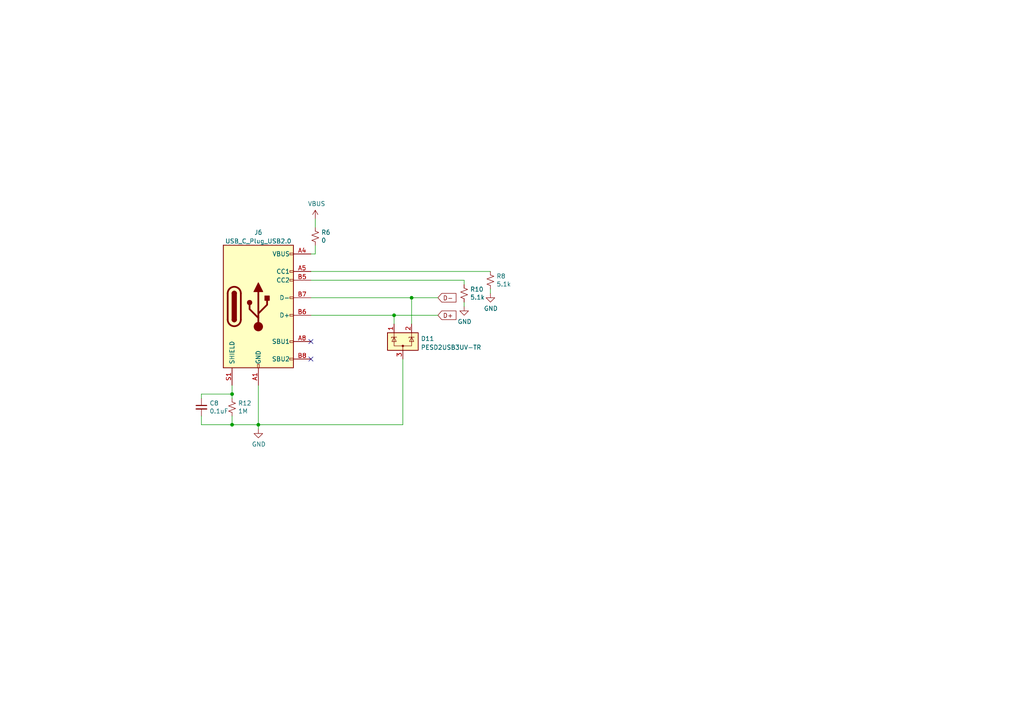
<source format=kicad_sch>
(kicad_sch (version 20230121) (generator eeschema)
  (paper "A4")
  (lib_symbols
    (symbol "BadgePiratesSymbolLibrary:PESD2USB3UV-TR" (pin_names hide)
      (property "Reference" "D" (at 5.715 2.54 0))
      (property "Value" "PESD2USB3UV-TR" (at 5.715 0.635 0))
      (symbol "PESD2USB3UV-TR_0_0"
        (pin passive line (at 0 -5.08 90) (length 2.54) (name "A") (number "3"))
      )
      (symbol "PESD2USB3UV-TR_0_1"
        (rectangle (start -4.445 2.54) (end 4.445 -2.54) (stroke (width 0.254)) (fill (type background)))
        (circle (center 0 -1.27) (radius 0.254) (fill (type outline)))
        (polyline (pts (xy -2.54 2.54) (xy -2.54 1.27)))
        (polyline (pts (xy 0 -1.27) (xy 0 -2.54)))
        (polyline (pts (xy 2.54 2.54) (xy 2.54 1.27)))
        (polyline (pts (xy -3.302 1.016) (xy -3.302 1.27) (xy -1.905 1.27) (xy -1.778 1.27)))
        (polyline (pts (xy -2.54 1.27) (xy -2.54 -1.27) (xy 2.54 -1.27) (xy 2.54 1.27)))
        (polyline (pts (xy -2.54 1.27) (xy -1.905 0) (xy -3.175 0) (xy -2.54 1.27)))
        (polyline (pts (xy 1.778 1.016) (xy 1.778 1.27) (xy 3.175 1.27) (xy 3.302 1.27)))
        (polyline (pts (xy 2.54 1.27) (xy 1.905 0) (xy 3.175 0) (xy 2.54 1.27)))
      )
      (symbol "PESD2USB3UV-TR_1_1"
        (pin passive line (at -2.54 5.08 270) (length 2.54) (name "K") (number "1"))
        (pin passive line (at 2.54 5.08 270) (length 2.54) (name "K") (number "2"))
      )
    )
    (symbol "BadgePiratesSymbolLibrary:USB_C_Plug_USB2.0" (pin_names (offset 1.016))
      (property "Reference" "J1" (at -10.16 20.32 0))
      (property "Value" "USB_C_Plug_USB2.0" (at 2.54 -20.32 0))
      (symbol "USB_C_Plug_USB2.0_0_0"
        (rectangle (start -0.254 -17.78) (end 0.254 -16.764))
        (rectangle (start 10.1232 -14.9825) (end 9.1072 -15.4905))
        (rectangle (start 10.1599 -9.9392) (end 9.1439 -10.4472))
        (rectangle (start 10.16 -2.286) (end 9.144 -2.794))
        (rectangle (start 10.16 2.794) (end 9.144 2.286))
        (rectangle (start 10.16 7.874) (end 9.144 7.366))
        (rectangle (start 10.16 10.414) (end 9.144 9.906))
        (rectangle (start 10.16 15.494) (end 9.144 14.986))
        (pin bidirectional line (at 15.24 -10.16 180) (length 5.08) (name "SBU1") (number "A8"))
        (pin bidirectional line (at 15.24 -2.54 180) (length 5.08) (name "D+") (number "B6"))
        (pin bidirectional line (at 15.24 2.54 180) (length 5.08) (name "D-") (number "B7"))
        (pin bidirectional line (at 15.24 -15.24 180) (length 5.08) (name "SBU2") (number "B8"))
      )
      (symbol "USB_C_Plug_USB2.0_0_1"
        (rectangle (start -10.16 17.78) (end 10.16 -17.78) (stroke (width 0.254)) (fill (type background)))
        (arc (start -8.89 -3.81) (mid -6.985 -5.7067) (end -5.08 -3.81) (stroke (width 0.508)))
        (arc (start -7.62 -3.81) (mid -6.985 -4.4423) (end -6.35 -3.81) (stroke (width 0.254)))
        (arc (start -7.62 -3.81) (mid -6.985 -4.4423) (end -6.35 -3.81) (stroke (width 0.254)) (fill (type outline)))
        (rectangle (start -7.62 -3.81) (end -6.35 3.81) (stroke (width 0.254)) (fill (type outline)))
        (arc (start -6.35 3.81) (mid -6.985 4.4423) (end -7.62 3.81) (stroke (width 0.254)))
        (arc (start -6.35 3.81) (mid -6.985 4.4423) (end -7.62 3.81) (stroke (width 0.254)) (fill (type outline)))
        (arc (start -5.08 3.81) (mid -6.985 5.7067) (end -8.89 3.81) (stroke (width 0.508)))
        (circle (center -2.54 1.143) (radius 0.635) (stroke (width 0.254)) (fill (type outline)))
        (circle (center 0 -5.842) (radius 1.27) (fill (type outline)))
        (polyline (pts (xy -8.89 -3.81) (xy -8.89 3.81)) (stroke (width 0.508)))
        (polyline (pts (xy -5.08 3.81) (xy -5.08 -3.81)) (stroke (width 0.508)))
        (polyline (pts (xy 0 -5.842) (xy 0 4.318)) (stroke (width 0.508)))
        (polyline (pts (xy 0 -3.302) (xy -2.54 -0.762) (xy -2.54 0.508)) (stroke (width 0.508)))
        (polyline (pts (xy 0 -2.032) (xy 2.54 0.508) (xy 2.54 1.778)) (stroke (width 0.508)))
        (polyline (pts (xy -1.27 4.318) (xy 0 6.858) (xy 1.27 4.318) (xy -1.27 4.318)) (stroke (width 0.254)) (fill (type outline)))
        (rectangle (start 1.905 1.778) (end 3.175 3.048) (stroke (width 0.254)) (fill (type outline)))
      )
      (symbol "USB_C_Plug_USB2.0_1_1"
        (pin passive line (at 0 -22.86 90) (length 5.08) (name "GND") (number "A1"))
        (pin passive line (at 0 -22.86 90) (length 5.08) hide (name "GND") (number "A12"))
        (pin passive line (at 15.24 15.24 180) (length 5.08) (name "VBUS") (number "A4"))
        (pin passive line (at 15.24 10.16 180) (length 5.08) (name "CC1") (number "A5"))
        (pin bidirectional line (at 15.24 -2.54 180) (length 5.08) hide (name "D+") (number "A6"))
        (pin bidirectional line (at 15.24 2.54 180) (length 5.08) hide (name "D-") (number "A7"))
        (pin passive line (at 15.24 15.24 180) (length 5.08) hide (name "VBUS") (number "A9"))
        (pin passive line (at 0 -22.86 90) (length 5.08) hide (name "GND") (number "B1"))
        (pin passive line (at 0 -22.86 90) (length 5.08) hide (name "GND") (number "B12"))
        (pin passive line (at 15.24 15.24 180) (length 5.08) hide (name "VBUS") (number "B4"))
        (pin passive line (at 15.24 7.62 180) (length 5.08) (name "CC2") (number "B5"))
        (pin passive line (at 15.24 15.24 180) (length 5.08) hide (name "VBUS") (number "B9"))
        (pin passive line (at -7.62 -22.86 90) (length 5.08) (name "SHIELD") (number "S1"))
      )
    )
    (symbol "Device:C_Small" (pin_numbers hide) (pin_names (offset 0.254) hide)
      (property "Reference" "C" (at 0.254 1.778 0))
      (property "Value" "C_Small" (at 0.254 -2.032 0))
      (symbol "C_Small_0_1"
        (polyline (pts (xy -1.524 -0.508) (xy 1.524 -0.508)) (stroke (width 0.3302)))
        (polyline (pts (xy -1.524 0.508) (xy 1.524 0.508)) (stroke (width 0.3048)))
      )
      (symbol "C_Small_1_1"
        (pin passive line (at 0 2.54 270) (length 2.032) (name "~") (number "1"))
        (pin passive line (at 0 -2.54 90) (length 2.032) (name "~") (number "2"))
      )
    )
    (symbol "Device:R_Small_US" (pin_numbers hide) (pin_names (offset 0.254) hide)
      (property "Reference" "R" (at 0.762 0.508 0))
      (property "Value" "R_Small_US" (at 0.762 -1.016 0))
      (symbol "R_Small_US_1_1"
        (polyline (pts (xy 0 0) (xy 1.016 -0.381) (xy 0 -0.762) (xy -1.016 -1.143) (xy 0 -1.524)))
        (polyline (pts (xy 0 1.524) (xy 1.016 1.143) (xy 0 0.762) (xy -1.016 0.381) (xy 0 0)))
        (pin passive line (at 0 2.54 270) (length 1.016) (name "~") (number "1"))
        (pin passive line (at 0 -2.54 90) (length 1.016) (name "~") (number "2"))
      )
    )
    (symbol "power:GND" (power) (pin_names (offset 0))
      (property "Value" "GND" (at 0 -3.81 0))
      (symbol "GND_0_1"
        (polyline (pts (xy 0 0) (xy 0 -1.27) (xy 1.27 -1.27) (xy 0 -2.54) (xy -1.27 -1.27) (xy 0 -1.27)))
      )
      (symbol "GND_1_1"
        (pin power_in line (at 0 0 270) (length 0) hide (name "GND") (number "1"))
      )
    )
    (symbol "power:VBUS" (power) (pin_names (offset 0))
      (property "Value" "VBUS" (at 0 3.81 0))
      (symbol "VBUS_0_1"
        (polyline (pts (xy -0.762 1.27) (xy 0 2.54)))
        (polyline (pts (xy 0 0) (xy 0 2.54)))
        (polyline (pts (xy 0 2.54) (xy 0.762 1.27)))
      )
      (symbol "VBUS_1_1"
        (pin power_in line (at 0 0 90) (length 0) hide (name "VBUS") (number "1"))
      )
    )
  )
  (junction (at 114.3 91.44))
  (junction (at 74.93 123.19))
  (junction (at 67.31 114.3))
  (junction (at 119.38 86.36))
  (junction (at 67.31 123.19))
  (no_connect (at 90.17 104.14))
  (no_connect (at 90.17 99.06))
  (wire (pts (xy 91.44 71.12) (xy 91.44 73.66)))
  (wire (pts (xy 58.42 120.65) (xy 58.42 123.19)))
  (wire (pts (xy 90.17 91.44) (xy 114.3 91.44)))
  (wire (pts (xy 90.17 86.36) (xy 119.38 86.36)))
  (wire (pts (xy 91.44 63.5) (xy 91.44 66.04)))
  (wire (pts (xy 90.17 81.28) (xy 134.62 81.28)))
  (wire (pts (xy 67.31 123.19) (xy 74.93 123.19)))
  (wire (pts (xy 119.38 86.36) (xy 127 86.36)))
  (wire (pts (xy 134.62 87.63) (xy 134.62 88.9)))
  (wire (pts (xy 58.42 114.3) (xy 67.31 114.3)))
  (wire (pts (xy 67.31 120.65) (xy 67.31 123.19)))
  (wire (pts (xy 74.93 123.19) (xy 116.84 123.19)))
  (wire (pts (xy 58.42 123.19) (xy 67.31 123.19)))
  (wire (pts (xy 67.31 111.76) (xy 67.31 114.3)))
  (wire (pts (xy 116.84 104.14) (xy 116.84 123.19)))
  (wire (pts (xy 58.42 115.57) (xy 58.42 114.3)))
  (wire (pts (xy 119.38 86.36) (xy 119.38 93.98)))
  (wire (pts (xy 114.3 91.44) (xy 127 91.44)))
  (wire (pts (xy 74.93 123.19) (xy 74.93 111.76)))
  (wire (pts (xy 142.24 83.82) (xy 142.24 85.09)))
  (wire (pts (xy 74.93 123.19) (xy 74.93 124.46)))
  (wire (pts (xy 134.62 81.28) (xy 134.62 82.55)))
  (wire (pts (xy 67.31 114.3) (xy 67.31 115.57)))
  (wire (pts (xy 114.3 91.44) (xy 114.3 93.98)))
  (wire (pts (xy 90.17 73.66) (xy 91.44 73.66)))
  (wire (pts (xy 90.17 78.74) (xy 142.24 78.74)))
  (global_label "D-" (shape input) (at 127 86.36 0) (property "Intersheetrefs" "${INTERSHEET_REFS}" (effects hide)))
  (global_label "D+" (shape input) (at 127 91.44 0) (property "Intersheetrefs" "${INTERSHEET_REFS}" (effects hide)))
  (symbol (lib_id "power:VBUS") (at 91.44 63.5 0) (unit 1)
    (property "Reference" "#PWR043" (effects hide))
    (property "Value" "VBUS" (at 91.821 59.1058 0))
  )
  (symbol (lib_id "Device:R_Small_US") (at 67.31 118.11 0) (unit 1)
    (property "Reference" "R12" (at 69.0372 116.9416 0) (effects (justify left)))
    (property "Value" "1M" (at 69.0372 119.253 0) (effects (justify left)))
    (property "Footprint" "BadgePirates:R_1206_3216Metric" (effects hide))
  )
  (symbol (lib_id "Device:R_Small_US") (at 134.62 85.09 0) (unit 1)
    (property "Reference" "R10" (at 136.3472 83.9216 0) (effects (justify left)))
    (property "Value" "5.1k" (at 136.3472 86.233 0) (effects (justify left)))
    (property "Footprint" "BadgePirates:R_1206_3216Metric" (effects hide))
  )
  (symbol (lib_id "Device:R_Small_US") (at 142.24 81.28 0) (unit 1)
    (property "Reference" "R8" (at 143.9672 80.1116 0) (effects (justify left)))
    (property "Value" "5.1k" (at 143.9672 82.423 0) (effects (justify left)))
    (property "Footprint" "BadgePirates:R_1206_3216Metric" (effects hide))
  )
  (symbol (lib_id "Device:R_Small_US") (at 91.44 68.58 0) (unit 1)
    (property "Reference" "R6" (at 93.1672 67.4116 0) (effects (justify left)))
    (property "Value" "0" (at 93.1672 69.723 0) (effects (justify left)))
    (property "Footprint" "BadgePirates:R_1206_3216Metric" (effects hide))
  )
  (symbol (lib_id "Device:C_Small") (at 58.42 118.11 0) (unit 1)
    (property "Reference" "C8" (at 60.7568 116.9416 0) (effects (justify left)))
    (property "Value" "0.1uF" (at 60.7568 119.253 0) (effects (justify left)))
    (property "Footprint" "BadgePirates:C_0805_2012Metric" (effects hide))
  )
  (symbol (lib_id "power:GND") (at 74.93 124.46 0) (unit 1)
    (property "Reference" "#PWR050" (effects hide))
    (property "Value" "GND" (at 75.057 128.8542 0))
  )
  (symbol (lib_id "power:GND") (at 142.24 85.09 0) (unit 1)
    (property "Reference" "#PWR045" (effects hide))
    (property "Value" "GND" (at 142.367 89.4842 0))
  )
  (symbol (lib_id "BadgePiratesSymbolLibrary:PESD2USB3UV-TR") (at 116.84 99.06 0) (unit 1)
    (property "Reference" "D11" (at 122.047 98.2253 0) (effects (justify left)))
    (property "Value" "PESD2USB3UV-TR" (at 122.047 100.7622 0) (effects (justify left)))
    (property "Footprint" "Package_TO_SOT_SMD:SOT-23" (effects hide))
    (property "Datasheet" "https://assets.nexperia.com/documents/data-sheet/PESD2USB3UV-T.pdf" (effects hide))
  )
  (symbol (lib_id "BadgePiratesSymbolLibrary:USB_C_Plug_USB2.0") (at 74.93 88.9 0) (unit 1)
    (property "Reference" "J6" (at 74.93 67.4202 0))
    (property "Value" "USB_C_Plug_USB2.0" (at 74.93 69.9571 0))
    (property "Footprint" "BadgePirates:USB_C_Receptical-Jing" (effects hide))
    (property "Datasheet" "https://www.usb.org/sites/default/files/documents/usb_type-c.zip" (effects hide))
  )
  (symbol (lib_id "power:GND") (at 134.62 88.9 0) (unit 1)
    (property "Reference" "#PWR047" (effects hide))
    (property "Value" "GND" (at 134.747 93.2942 0))
  )
)
</source>
